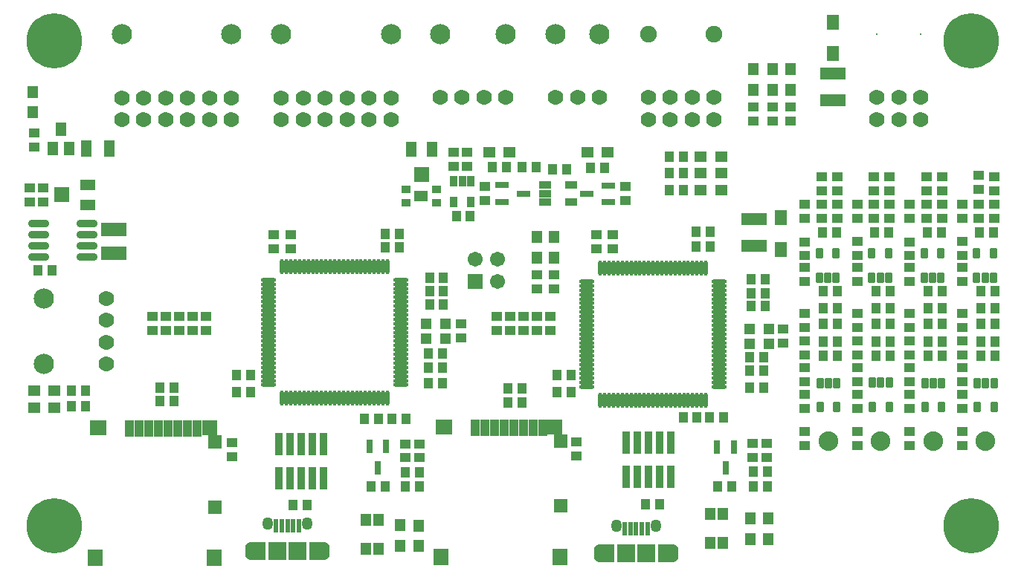
<source format=gts>
G04*
G04 #@! TF.GenerationSoftware,Altium Limited,Altium Designer,18.1.9 (240)*
G04*
G04 Layer_Color=8388736*
%FSLAX25Y25*%
%MOIN*%
G70*
G01*
G75*
%ADD53R,0.06299X0.04626*%
%ADD54R,0.04737X0.04343*%
%ADD55R,0.05131X0.05721*%
%ADD56R,0.02375X0.06115*%
%ADD57R,0.07887X0.08280*%
%ADD58R,0.04343X0.04737*%
%ADD59R,0.03162X0.06115*%
%ADD60R,0.04934X0.05328*%
%ADD61R,0.05131X0.04658*%
%ADD62R,0.05524X0.07099*%
%ADD63R,0.11430X0.05328*%
%ADD64R,0.05721X0.05131*%
%ADD65R,0.06115X0.03162*%
%ADD66R,0.05524X0.03359*%
%ADD67R,0.03556X0.04737*%
%ADD68R,0.07099X0.07099*%
%ADD69R,0.05091X0.07099*%
%ADD70R,0.04343X0.03556*%
%ADD71R,0.06312X0.01587*%
%ADD72R,0.03792X0.10249*%
%ADD73O,0.06902X0.01784*%
%ADD74O,0.01784X0.06902*%
%ADD75R,0.07493X0.06706*%
%ADD76R,0.03950X0.07414*%
%ADD77R,0.07099X0.06706*%
%ADD78R,0.05879X0.05918*%
%ADD79R,0.05879X0.06312*%
%ADD80R,0.06706X0.07493*%
%ADD81R,0.04934X0.07493*%
%ADD82R,0.04737X0.06312*%
%ADD83R,0.11430X0.06312*%
%ADD84O,0.09461X0.03556*%
%ADD85R,0.07099X0.07099*%
%ADD86R,0.07099X0.05091*%
G04:AMPARAMS|DCode=87|XSize=31.62mil|YSize=47.37mil|CornerRadius=6.01mil|HoleSize=0mil|Usage=FLASHONLY|Rotation=0.000|XOffset=0mil|YOffset=0mil|HoleType=Round|Shape=RoundedRectangle|*
%AMROUNDEDRECTD87*
21,1,0.03162,0.03535,0,0,0.0*
21,1,0.01961,0.04737,0,0,0.0*
1,1,0.01202,0.00980,-0.01768*
1,1,0.01202,-0.00980,-0.01768*
1,1,0.01202,-0.00980,0.01768*
1,1,0.01202,0.00980,0.01768*
%
%ADD87ROUNDEDRECTD87*%
%ADD88R,0.06658X0.08280*%
%ADD89O,0.04934X0.05721*%
%ADD90O,0.05623X0.08280*%
%ADD91C,0.06706*%
%ADD92R,0.06706X0.06706*%
%ADD93C,0.09068*%
%ADD94C,0.06942*%
%ADD95C,0.08800*%
%ADD96C,0.00800*%
%ADD97C,0.07493*%
%ADD98C,0.24816*%
%ADD99C,0.04000*%
D53*
X356500Y265525D02*
D03*
D54*
X522000Y305480D02*
D03*
Y299181D02*
D03*
X513982Y305480D02*
D03*
Y299181D02*
D03*
X505482Y305480D02*
D03*
Y299181D02*
D03*
X511394Y148035D02*
D03*
Y154335D02*
D03*
X504894Y154335D02*
D03*
Y148035D02*
D03*
X518567Y205650D02*
D03*
Y199350D02*
D03*
X448000Y269701D02*
D03*
Y263402D02*
D03*
X385000Y263457D02*
D03*
Y269756D02*
D03*
X376898Y278850D02*
D03*
Y285150D02*
D03*
X370953Y285197D02*
D03*
Y278898D02*
D03*
X426000Y155150D02*
D03*
Y148850D02*
D03*
X414500Y205169D02*
D03*
Y211469D02*
D03*
X408500Y205169D02*
D03*
Y211469D02*
D03*
X402500Y205169D02*
D03*
Y211469D02*
D03*
X396500Y205169D02*
D03*
Y211469D02*
D03*
X390500Y205169D02*
D03*
Y211469D02*
D03*
X416000Y223850D02*
D03*
Y230150D02*
D03*
X408500Y223850D02*
D03*
Y230150D02*
D03*
X435000Y241799D02*
D03*
Y248098D02*
D03*
X442500Y241799D02*
D03*
Y248098D02*
D03*
X349335Y154262D02*
D03*
Y147963D02*
D03*
X355606Y147963D02*
D03*
Y154262D02*
D03*
X374256Y208026D02*
D03*
Y201726D02*
D03*
X298028Y241799D02*
D03*
Y248098D02*
D03*
X290500Y241799D02*
D03*
Y248098D02*
D03*
X182874Y293650D02*
D03*
Y287350D02*
D03*
X187000Y262850D02*
D03*
Y269150D02*
D03*
X181000Y262850D02*
D03*
Y269150D02*
D03*
X271657Y154762D02*
D03*
Y148463D02*
D03*
X260157Y205187D02*
D03*
Y211486D02*
D03*
X254157Y205187D02*
D03*
Y211486D02*
D03*
X248158Y205187D02*
D03*
Y211486D02*
D03*
X242158Y205187D02*
D03*
Y211486D02*
D03*
X236157Y205187D02*
D03*
Y211486D02*
D03*
X606500Y268409D02*
D03*
Y274709D02*
D03*
X528500Y170000D02*
D03*
Y176299D02*
D03*
Y182000D02*
D03*
Y188299D02*
D03*
Y227000D02*
D03*
Y233299D02*
D03*
Y238650D02*
D03*
Y244949D02*
D03*
Y261799D02*
D03*
Y255500D02*
D03*
X536000Y261799D02*
D03*
Y255500D02*
D03*
X528500Y153388D02*
D03*
Y159687D02*
D03*
X536000Y267850D02*
D03*
Y274150D02*
D03*
X528500Y194000D02*
D03*
Y200299D02*
D03*
Y206500D02*
D03*
Y212799D02*
D03*
X543000Y255500D02*
D03*
Y261799D02*
D03*
Y274150D02*
D03*
Y267850D02*
D03*
X552000Y170075D02*
D03*
Y176374D02*
D03*
Y182075D02*
D03*
Y188374D02*
D03*
Y227075D02*
D03*
Y233374D02*
D03*
Y238724D02*
D03*
Y245024D02*
D03*
Y261874D02*
D03*
Y255575D02*
D03*
X559500Y261874D02*
D03*
Y255575D02*
D03*
X552000Y153463D02*
D03*
Y159762D02*
D03*
X559500Y267925D02*
D03*
Y274224D02*
D03*
X552000Y194075D02*
D03*
Y200374D02*
D03*
Y206575D02*
D03*
Y212874D02*
D03*
X566500Y255575D02*
D03*
Y261874D02*
D03*
Y274224D02*
D03*
Y267925D02*
D03*
X575500Y170000D02*
D03*
Y176299D02*
D03*
Y182000D02*
D03*
Y188299D02*
D03*
Y227000D02*
D03*
Y233299D02*
D03*
Y238650D02*
D03*
Y244949D02*
D03*
Y261799D02*
D03*
Y255500D02*
D03*
X583000Y261799D02*
D03*
Y255500D02*
D03*
X575500Y153388D02*
D03*
Y159687D02*
D03*
X583000Y267850D02*
D03*
Y274150D02*
D03*
X575500Y194000D02*
D03*
Y200299D02*
D03*
Y206500D02*
D03*
Y212799D02*
D03*
X590000Y255500D02*
D03*
Y261799D02*
D03*
Y274150D02*
D03*
Y267850D02*
D03*
X599000Y170059D02*
D03*
Y176358D02*
D03*
Y182059D02*
D03*
Y188358D02*
D03*
Y227059D02*
D03*
Y233358D02*
D03*
Y238709D02*
D03*
Y245008D02*
D03*
Y261858D02*
D03*
Y255559D02*
D03*
X606500Y261858D02*
D03*
Y255559D02*
D03*
X599000Y153447D02*
D03*
Y159746D02*
D03*
Y194059D02*
D03*
Y200358D02*
D03*
Y206559D02*
D03*
Y212858D02*
D03*
X613500Y255559D02*
D03*
Y261858D02*
D03*
Y274209D02*
D03*
Y267910D02*
D03*
D55*
X522000Y322457D02*
D03*
Y313205D02*
D03*
X514000Y322457D02*
D03*
Y313205D02*
D03*
X505482Y322457D02*
D03*
Y313205D02*
D03*
X503894Y120811D02*
D03*
Y111559D02*
D03*
X511894Y120811D02*
D03*
Y111559D02*
D03*
X416000Y247126D02*
D03*
Y237874D02*
D03*
X408500Y247126D02*
D03*
Y237874D02*
D03*
X355301Y117626D02*
D03*
Y108374D02*
D03*
X347098Y117738D02*
D03*
Y108486D02*
D03*
X182500Y312252D02*
D03*
Y303000D02*
D03*
D56*
X447732Y116024D02*
D03*
X450291D02*
D03*
X452850D02*
D03*
X455409D02*
D03*
X457969D02*
D03*
X291455Y117301D02*
D03*
X294014D02*
D03*
X296573D02*
D03*
X299132D02*
D03*
X301691D02*
D03*
D57*
X457378Y105000D02*
D03*
X448323D02*
D03*
X301100Y106278D02*
D03*
X292045D02*
D03*
D58*
X492150Y166049D02*
D03*
X485850D02*
D03*
X473894D02*
D03*
X480193D02*
D03*
X495543Y135185D02*
D03*
X489244D02*
D03*
X457181Y127000D02*
D03*
X463480D02*
D03*
X511543Y135185D02*
D03*
X505244D02*
D03*
X505244Y141685D02*
D03*
X511543D02*
D03*
X503688Y179500D02*
D03*
X509988D02*
D03*
X503688Y187000D02*
D03*
X509988D02*
D03*
X503688Y193000D02*
D03*
X509988D02*
D03*
X504350Y228175D02*
D03*
X510650D02*
D03*
X504350Y221876D02*
D03*
X510650D02*
D03*
Y216000D02*
D03*
X504350D02*
D03*
X467589Y283150D02*
D03*
X473888D02*
D03*
X467589Y275734D02*
D03*
X473888D02*
D03*
X467589Y268236D02*
D03*
X473888D02*
D03*
X438650Y278000D02*
D03*
X432350D02*
D03*
X415350Y277500D02*
D03*
X421650D02*
D03*
X408150Y278500D02*
D03*
X401850D02*
D03*
X388350D02*
D03*
X394650D02*
D03*
X372201Y256500D02*
D03*
X378500D02*
D03*
X395350Y179000D02*
D03*
X401650D02*
D03*
X423650Y177500D02*
D03*
X417350D02*
D03*
X423650Y185000D02*
D03*
X417350D02*
D03*
X299016Y126884D02*
D03*
X305315D02*
D03*
X349650Y165612D02*
D03*
X343350D02*
D03*
X330957D02*
D03*
X337256D02*
D03*
X340205Y135112D02*
D03*
X333906D02*
D03*
X355756D02*
D03*
X349457D02*
D03*
X349457Y141612D02*
D03*
X355756D02*
D03*
X359850Y181455D02*
D03*
X366150D02*
D03*
X359850Y188621D02*
D03*
X366150D02*
D03*
X359756Y194876D02*
D03*
X366055D02*
D03*
X366500Y216833D02*
D03*
X360201D02*
D03*
Y228882D02*
D03*
X366500D02*
D03*
X360201Y222882D02*
D03*
X366500D02*
D03*
X340350Y242500D02*
D03*
X346650D02*
D03*
X340350Y248500D02*
D03*
X346650D02*
D03*
X191150Y232000D02*
D03*
X184850D02*
D03*
X206150Y178124D02*
D03*
X199850D02*
D03*
X206150Y171000D02*
D03*
X199850D02*
D03*
X239508Y179612D02*
D03*
X245807D02*
D03*
X239508Y173612D02*
D03*
X245807D02*
D03*
X280000Y177500D02*
D03*
X273701D02*
D03*
X280000Y185000D02*
D03*
X273701D02*
D03*
X536850Y208150D02*
D03*
X543150D02*
D03*
X542650Y249150D02*
D03*
X536350D02*
D03*
X536850Y200150D02*
D03*
X543150D02*
D03*
Y222650D02*
D03*
X536850D02*
D03*
X543150Y193650D02*
D03*
X536850D02*
D03*
X543150Y215150D02*
D03*
X536850D02*
D03*
X560350Y208224D02*
D03*
X566650D02*
D03*
X566150Y249224D02*
D03*
X559850D02*
D03*
X560350Y200224D02*
D03*
X566650D02*
D03*
Y222724D02*
D03*
X560350D02*
D03*
X566650Y193724D02*
D03*
X560350D02*
D03*
X566650Y215224D02*
D03*
X560350D02*
D03*
X583850Y208150D02*
D03*
X590150D02*
D03*
X589650Y249150D02*
D03*
X583350D02*
D03*
X583850Y200150D02*
D03*
X590150D02*
D03*
Y222650D02*
D03*
X583850D02*
D03*
X590150Y193650D02*
D03*
X583850D02*
D03*
X590150Y215150D02*
D03*
X583850D02*
D03*
X607350Y208209D02*
D03*
X613650D02*
D03*
X613150Y249209D02*
D03*
X606850D02*
D03*
X607350Y200209D02*
D03*
X613650D02*
D03*
Y222709D02*
D03*
X607350D02*
D03*
X613650Y193709D02*
D03*
X607350D02*
D03*
X613650Y215209D02*
D03*
X607350D02*
D03*
X401650Y172850D02*
D03*
X395350D02*
D03*
X486000Y242949D02*
D03*
X479701D02*
D03*
X486039Y249500D02*
D03*
X479740D02*
D03*
D59*
X496634Y152909D02*
D03*
X489153D02*
D03*
X492894Y143461D02*
D03*
X340795Y153061D02*
D03*
X333315D02*
D03*
X337055Y143612D02*
D03*
D60*
X491748Y109716D02*
D03*
Y122906D02*
D03*
X486039Y109716D02*
D03*
Y122906D02*
D03*
X337303Y107018D02*
D03*
Y120207D02*
D03*
X331594Y107018D02*
D03*
Y120207D02*
D03*
D61*
X512264Y205955D02*
D03*
X503602D02*
D03*
Y199262D02*
D03*
X512264D02*
D03*
X367480Y208215D02*
D03*
X358819D02*
D03*
Y201522D02*
D03*
X367480D02*
D03*
D62*
X517762Y255685D02*
D03*
Y241512D02*
D03*
X541000Y343569D02*
D03*
Y329396D02*
D03*
D63*
X505762Y243193D02*
D03*
Y255004D02*
D03*
X541000Y320295D02*
D03*
Y308484D02*
D03*
D64*
X490865Y283150D02*
D03*
X481613D02*
D03*
X490865Y275650D02*
D03*
X481613D02*
D03*
X490865Y268236D02*
D03*
X481613D02*
D03*
X440126Y285000D02*
D03*
X430874D02*
D03*
X396126Y285150D02*
D03*
X386874D02*
D03*
X182874Y178124D02*
D03*
X192126D02*
D03*
X182874Y170612D02*
D03*
X192126D02*
D03*
D65*
X430776Y266500D02*
D03*
X440224Y270240D02*
D03*
Y262760D02*
D03*
X402224Y266559D02*
D03*
X392776Y262819D02*
D03*
Y270299D02*
D03*
D66*
X412193Y270299D02*
D03*
Y266559D02*
D03*
Y262819D02*
D03*
X423807D02*
D03*
Y270299D02*
D03*
D67*
X371158Y262776D02*
D03*
X378638D02*
D03*
X371158Y272224D02*
D03*
X374898D02*
D03*
X378638D02*
D03*
D68*
X356665Y274968D02*
D03*
D69*
X361213Y286385D02*
D03*
X352118D02*
D03*
D70*
X363500Y268406D02*
D03*
Y262500D02*
D03*
X349744Y262547D02*
D03*
Y268453D02*
D03*
D71*
X356500Y267051D02*
D03*
X356500Y264000D02*
D03*
D72*
X448323Y139425D02*
D03*
X453323D02*
D03*
X458323D02*
D03*
X463323D02*
D03*
X468323D02*
D03*
Y154780D02*
D03*
X463323D02*
D03*
X458323D02*
D03*
X453323D02*
D03*
X448323D02*
D03*
X292665Y138884D02*
D03*
X297665D02*
D03*
X302665D02*
D03*
X307665D02*
D03*
X312665D02*
D03*
Y154238D02*
D03*
X307665D02*
D03*
X302665D02*
D03*
X297665D02*
D03*
X292665D02*
D03*
D73*
X347339Y180648D02*
D03*
Y182616D02*
D03*
Y184585D02*
D03*
Y186553D02*
D03*
Y188522D02*
D03*
Y190490D02*
D03*
Y192459D02*
D03*
Y194427D02*
D03*
Y196396D02*
D03*
Y198364D02*
D03*
Y200333D02*
D03*
Y202301D02*
D03*
Y204270D02*
D03*
Y206238D02*
D03*
Y208207D02*
D03*
Y210175D02*
D03*
Y212144D02*
D03*
Y214112D02*
D03*
Y216081D02*
D03*
Y218049D02*
D03*
Y220018D02*
D03*
Y221986D02*
D03*
Y223955D02*
D03*
Y225923D02*
D03*
Y227892D02*
D03*
X288087D02*
D03*
Y225923D02*
D03*
Y223955D02*
D03*
Y221986D02*
D03*
Y220018D02*
D03*
Y218049D02*
D03*
Y216081D02*
D03*
Y214112D02*
D03*
Y212144D02*
D03*
Y210175D02*
D03*
Y208207D02*
D03*
Y206238D02*
D03*
Y204270D02*
D03*
Y202301D02*
D03*
Y200333D02*
D03*
Y198364D02*
D03*
Y196396D02*
D03*
Y194427D02*
D03*
Y192459D02*
D03*
Y190490D02*
D03*
Y188522D02*
D03*
Y186553D02*
D03*
Y184585D02*
D03*
Y182616D02*
D03*
Y180648D02*
D03*
X430811Y179919D02*
D03*
Y181888D02*
D03*
Y183856D02*
D03*
Y185825D02*
D03*
Y187793D02*
D03*
Y189762D02*
D03*
Y191730D02*
D03*
Y193699D02*
D03*
Y195667D02*
D03*
Y197636D02*
D03*
Y199604D02*
D03*
Y201573D02*
D03*
Y203541D02*
D03*
Y205510D02*
D03*
Y207478D02*
D03*
Y209447D02*
D03*
Y211415D02*
D03*
Y213384D02*
D03*
Y215352D02*
D03*
Y217321D02*
D03*
Y219289D02*
D03*
Y221258D02*
D03*
Y223226D02*
D03*
Y225195D02*
D03*
Y227163D02*
D03*
X490063D02*
D03*
Y225195D02*
D03*
Y223226D02*
D03*
Y221258D02*
D03*
Y219289D02*
D03*
Y217321D02*
D03*
Y215352D02*
D03*
Y213384D02*
D03*
Y211415D02*
D03*
Y209447D02*
D03*
Y207478D02*
D03*
Y205510D02*
D03*
Y203541D02*
D03*
Y201573D02*
D03*
Y199604D02*
D03*
Y197636D02*
D03*
Y195667D02*
D03*
Y193699D02*
D03*
Y191730D02*
D03*
Y189762D02*
D03*
Y187793D02*
D03*
Y185825D02*
D03*
Y183856D02*
D03*
Y181888D02*
D03*
Y179919D02*
D03*
D74*
X341335Y233896D02*
D03*
X339366D02*
D03*
X337398D02*
D03*
X335429D02*
D03*
X333461D02*
D03*
X331492D02*
D03*
X329524D02*
D03*
X327555D02*
D03*
X325587D02*
D03*
X323618D02*
D03*
X321650D02*
D03*
X319681D02*
D03*
X317713D02*
D03*
X315744D02*
D03*
X313776D02*
D03*
X311807D02*
D03*
X309839D02*
D03*
X307870D02*
D03*
X305902D02*
D03*
X303933D02*
D03*
X301965D02*
D03*
X299996D02*
D03*
X298028D02*
D03*
X296059D02*
D03*
X294091D02*
D03*
Y174644D02*
D03*
X296059D02*
D03*
X298028D02*
D03*
X299996D02*
D03*
X301965D02*
D03*
X303933D02*
D03*
X305902D02*
D03*
X307870D02*
D03*
X309839D02*
D03*
X311807D02*
D03*
X313776D02*
D03*
X315744D02*
D03*
X317713D02*
D03*
X319681D02*
D03*
X321650D02*
D03*
X323618D02*
D03*
X325587D02*
D03*
X327555D02*
D03*
X329524D02*
D03*
X331492D02*
D03*
X333461D02*
D03*
X335429D02*
D03*
X337398D02*
D03*
X339366D02*
D03*
X341335D02*
D03*
X484059Y173915D02*
D03*
X482091D02*
D03*
X480122D02*
D03*
X478154D02*
D03*
X476185D02*
D03*
X474217D02*
D03*
X472248D02*
D03*
X470280D02*
D03*
X468311D02*
D03*
X466342D02*
D03*
X464374D02*
D03*
X462405D02*
D03*
X460437D02*
D03*
X458468D02*
D03*
X456500D02*
D03*
X454531D02*
D03*
X452563D02*
D03*
X450595D02*
D03*
X448626D02*
D03*
X446658D02*
D03*
X444689D02*
D03*
X442721D02*
D03*
X440752D02*
D03*
X438784D02*
D03*
X436815D02*
D03*
Y233167D02*
D03*
X438784D02*
D03*
X440752D02*
D03*
X442721D02*
D03*
X444689D02*
D03*
X446658D02*
D03*
X448626D02*
D03*
X450595D02*
D03*
X452563D02*
D03*
X454531D02*
D03*
X456500D02*
D03*
X458468D02*
D03*
X460437D02*
D03*
X462405D02*
D03*
X464374D02*
D03*
X466342D02*
D03*
X468311D02*
D03*
X470280D02*
D03*
X472248D02*
D03*
X474217D02*
D03*
X476185D02*
D03*
X478154D02*
D03*
X480122D02*
D03*
X482091D02*
D03*
X484059D02*
D03*
D75*
X366606Y161929D02*
D03*
X211713Y161541D02*
D03*
D76*
X380583Y161575D02*
D03*
X384913D02*
D03*
X389244D02*
D03*
X393575D02*
D03*
X397905D02*
D03*
X402236D02*
D03*
X406567D02*
D03*
X410898D02*
D03*
X225689Y161187D02*
D03*
X230020D02*
D03*
X234350D02*
D03*
X238681D02*
D03*
X243012D02*
D03*
X247343D02*
D03*
X251673D02*
D03*
X256004D02*
D03*
D77*
X416449Y161929D02*
D03*
X261555Y161541D02*
D03*
D78*
X418988Y155433D02*
D03*
X264094Y155045D02*
D03*
D79*
X418988Y126299D02*
D03*
X264094Y125911D02*
D03*
D80*
X418575Y103465D02*
D03*
X365425D02*
D03*
X263681Y103077D02*
D03*
X210531D02*
D03*
D81*
X206283Y286959D02*
D03*
X216717D02*
D03*
D82*
X198740D02*
D03*
X195000Y295620D02*
D03*
X191260Y286959D02*
D03*
D83*
X218707Y239636D02*
D03*
Y250463D02*
D03*
D84*
X206533Y238049D02*
D03*
Y243049D02*
D03*
Y248049D02*
D03*
Y253049D02*
D03*
X184880Y238049D02*
D03*
Y243049D02*
D03*
Y248049D02*
D03*
Y253049D02*
D03*
D85*
X195500Y266000D02*
D03*
D86*
X206917Y261453D02*
D03*
Y270547D02*
D03*
D87*
X542740Y170736D02*
D03*
X535260D02*
D03*
Y181563D02*
D03*
X539000D02*
D03*
X542740D02*
D03*
X535000Y239650D02*
D03*
X542480D02*
D03*
Y228823D02*
D03*
X538740D02*
D03*
X535000D02*
D03*
X566240Y170811D02*
D03*
X558760D02*
D03*
Y181638D02*
D03*
X562500D02*
D03*
X566240D02*
D03*
X558500Y239724D02*
D03*
X565980D02*
D03*
Y228898D02*
D03*
X562240D02*
D03*
X558500D02*
D03*
X589740Y170736D02*
D03*
X582260D02*
D03*
Y181563D02*
D03*
X586000D02*
D03*
X589740D02*
D03*
X582000Y239650D02*
D03*
X589480D02*
D03*
Y228823D02*
D03*
X585740D02*
D03*
X582000D02*
D03*
X613240Y170795D02*
D03*
X605760D02*
D03*
Y181622D02*
D03*
X609500D02*
D03*
X613240D02*
D03*
X605500Y239709D02*
D03*
X612980D02*
D03*
Y228882D02*
D03*
X609240D02*
D03*
X605500D02*
D03*
D88*
X466016Y105000D02*
D03*
X439685Y105000D02*
D03*
X309738Y106278D02*
D03*
X283407Y106278D02*
D03*
D89*
X461610Y117303D02*
D03*
X444091D02*
D03*
X305333Y118581D02*
D03*
X287813D02*
D03*
D90*
X468943Y105000D02*
D03*
X436758D02*
D03*
X312665Y106278D02*
D03*
X280480D02*
D03*
D91*
X390823Y237252D02*
D03*
Y227252D02*
D03*
X380823Y237252D02*
D03*
D92*
Y227252D02*
D03*
D93*
X222287Y338000D02*
D03*
X271500D02*
D03*
X365000D02*
D03*
X394528D02*
D03*
X187350Y190000D02*
D03*
Y219528D02*
D03*
X416709Y338000D02*
D03*
X436394D02*
D03*
X343000D02*
D03*
X293787D02*
D03*
D94*
X271500Y309555D02*
D03*
X261658D02*
D03*
X251815D02*
D03*
X241972D02*
D03*
X232130D02*
D03*
X222287D02*
D03*
X271500Y299713D02*
D03*
X261658D02*
D03*
X251815D02*
D03*
X241972D02*
D03*
X232130D02*
D03*
X222287D02*
D03*
X560815Y309732D02*
D03*
X580500Y299890D02*
D03*
X570657D02*
D03*
X560815D02*
D03*
X570657Y309732D02*
D03*
X580500D02*
D03*
X365000Y309850D02*
D03*
X374843D02*
D03*
X384685D02*
D03*
X394528D02*
D03*
X215500Y190000D02*
D03*
Y199843D02*
D03*
Y209685D02*
D03*
Y219528D02*
D03*
X416709Y309850D02*
D03*
X426551D02*
D03*
X436394D02*
D03*
X293787Y299713D02*
D03*
X303630D02*
D03*
X313472D02*
D03*
X323315D02*
D03*
X333157D02*
D03*
X343000D02*
D03*
X293787Y309555D02*
D03*
X303630D02*
D03*
X313472D02*
D03*
X323315D02*
D03*
X333157D02*
D03*
X343000D02*
D03*
X487850Y299890D02*
D03*
Y309732D02*
D03*
X458323D02*
D03*
X478008Y299890D02*
D03*
X468165D02*
D03*
X458323D02*
D03*
X468165Y309732D02*
D03*
X478008D02*
D03*
D95*
X539000Y155537D02*
D03*
X562500Y155612D02*
D03*
X586000Y155537D02*
D03*
X609500Y155596D02*
D03*
D96*
X580500Y338000D02*
D03*
X560815D02*
D03*
D97*
X487850D02*
D03*
X458323D02*
D03*
D98*
X603000Y335000D02*
D03*
X192000D02*
D03*
X603037Y117500D02*
D03*
X192000D02*
D03*
D99*
X301500Y106278D02*
D03*
X292000D02*
D03*
X457500Y105000D02*
D03*
X448323D02*
D03*
M02*

</source>
